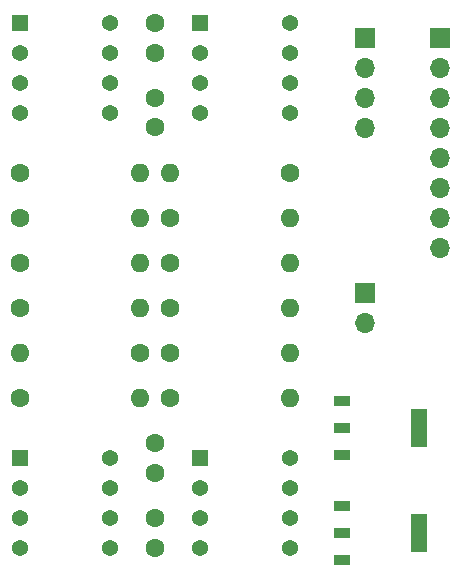
<source format=gbr>
%TF.GenerationSoftware,KiCad,Pcbnew,(6.0.5)*%
%TF.CreationDate,2023-07-08T16:29:13+09:00*%
%TF.ProjectId,wheel speed,77686565-6c20-4737-9065-65642e6b6963,rev?*%
%TF.SameCoordinates,Original*%
%TF.FileFunction,Soldermask,Top*%
%TF.FilePolarity,Negative*%
%FSLAX46Y46*%
G04 Gerber Fmt 4.6, Leading zero omitted, Abs format (unit mm)*
G04 Created by KiCad (PCBNEW (6.0.5)) date 2023-07-08 16:29:13*
%MOMM*%
%LPD*%
G01*
G04 APERTURE LIST*
%ADD10C,1.600000*%
%ADD11O,1.600000X1.600000*%
%ADD12R,1.700000X1.700000*%
%ADD13O,1.700000X1.700000*%
%ADD14R,1.473200X0.889000*%
%ADD15R,1.473200X3.200400*%
%ADD16R,1.371600X1.371600*%
%ADD17C,1.371600*%
G04 APERTURE END LIST*
D10*
%TO.C,C2*%
X125730000Y-97790000D03*
X125730000Y-95290000D03*
%TD*%
%TO.C,R7*%
X114300000Y-72390000D03*
D11*
X124460000Y-72390000D03*
%TD*%
D10*
%TO.C,R5*%
X124460000Y-87630000D03*
D11*
X114300000Y-87630000D03*
%TD*%
D12*
%TO.C,J2*%
X143510000Y-60970000D03*
D13*
X143510000Y-63510000D03*
X143510000Y-66050000D03*
X143510000Y-68590000D03*
%TD*%
D10*
%TO.C,R12*%
X137160000Y-72390000D03*
D11*
X127000000Y-72390000D03*
%TD*%
D10*
%TO.C,R6*%
X114300000Y-91440000D03*
D11*
X124460000Y-91440000D03*
%TD*%
D10*
%TO.C,C3*%
X125730000Y-62230000D03*
X125730000Y-59730000D03*
%TD*%
%TO.C,R9*%
X127000000Y-91440000D03*
D11*
X137160000Y-91440000D03*
%TD*%
D12*
%TO.C,J3*%
X149860000Y-60975000D03*
D13*
X149860000Y-63515000D03*
X149860000Y-66055000D03*
X149860000Y-68595000D03*
X149860000Y-71135000D03*
X149860000Y-73675000D03*
X149860000Y-76215000D03*
X149860000Y-78755000D03*
%TD*%
D10*
%TO.C,R1*%
X114300000Y-80010000D03*
D11*
X124460000Y-80010000D03*
%TD*%
D10*
%TO.C,C4*%
X125730000Y-104140000D03*
X125730000Y-101640000D03*
%TD*%
D14*
%TO.C,U2*%
X141516100Y-100580000D03*
X141516100Y-102870000D03*
X141516100Y-105160000D03*
D15*
X148043900Y-102870000D03*
%TD*%
D12*
%TO.C,J1*%
X143510000Y-82550000D03*
D13*
X143510000Y-85090000D03*
%TD*%
D16*
%TO.C,U4*%
X114300000Y-96520000D03*
D17*
X114300000Y-99060000D03*
X114300000Y-101600000D03*
X114300000Y-104140000D03*
X121920000Y-104140000D03*
X121920000Y-101600000D03*
X121920000Y-99060000D03*
X121920000Y-96520000D03*
%TD*%
D11*
%TO.C,R8*%
X137160000Y-76200000D03*
D10*
X127000000Y-76200000D03*
%TD*%
%TO.C,R4*%
X127000000Y-83820000D03*
D11*
X137160000Y-83820000D03*
%TD*%
D14*
%TO.C,U1*%
X141516100Y-91690000D03*
X141516100Y-93980000D03*
X141516100Y-96270000D03*
D15*
X148043900Y-93980000D03*
%TD*%
D16*
%TO.C,U3*%
X114300000Y-59690000D03*
D17*
X114300000Y-62230000D03*
X114300000Y-64770000D03*
X114300000Y-67310000D03*
X121920000Y-67310000D03*
X121920000Y-64770000D03*
X121920000Y-62230000D03*
X121920000Y-59690000D03*
%TD*%
D16*
%TO.C,U6*%
X129540000Y-96520000D03*
D17*
X129540000Y-99060000D03*
X129540000Y-101600000D03*
X129540000Y-104140000D03*
X137160000Y-104140000D03*
X137160000Y-101600000D03*
X137160000Y-99060000D03*
X137160000Y-96520000D03*
%TD*%
D10*
%TO.C,R10*%
X127000000Y-87630000D03*
D11*
X137160000Y-87630000D03*
%TD*%
D10*
%TO.C,C1*%
X125730000Y-66040000D03*
X125730000Y-68540000D03*
%TD*%
%TO.C,R2*%
X114300000Y-83820000D03*
D11*
X124460000Y-83820000D03*
%TD*%
D16*
%TO.C,U5*%
X129540000Y-59690000D03*
D17*
X129540000Y-62230000D03*
X129540000Y-64770000D03*
X129540000Y-67310000D03*
X137160000Y-67310000D03*
X137160000Y-64770000D03*
X137160000Y-62230000D03*
X137160000Y-59690000D03*
%TD*%
D10*
%TO.C,R11*%
X114300000Y-76200000D03*
D11*
X124460000Y-76200000D03*
%TD*%
D10*
%TO.C,R3*%
X127000000Y-80010000D03*
D11*
X137160000Y-80010000D03*
%TD*%
M02*

</source>
